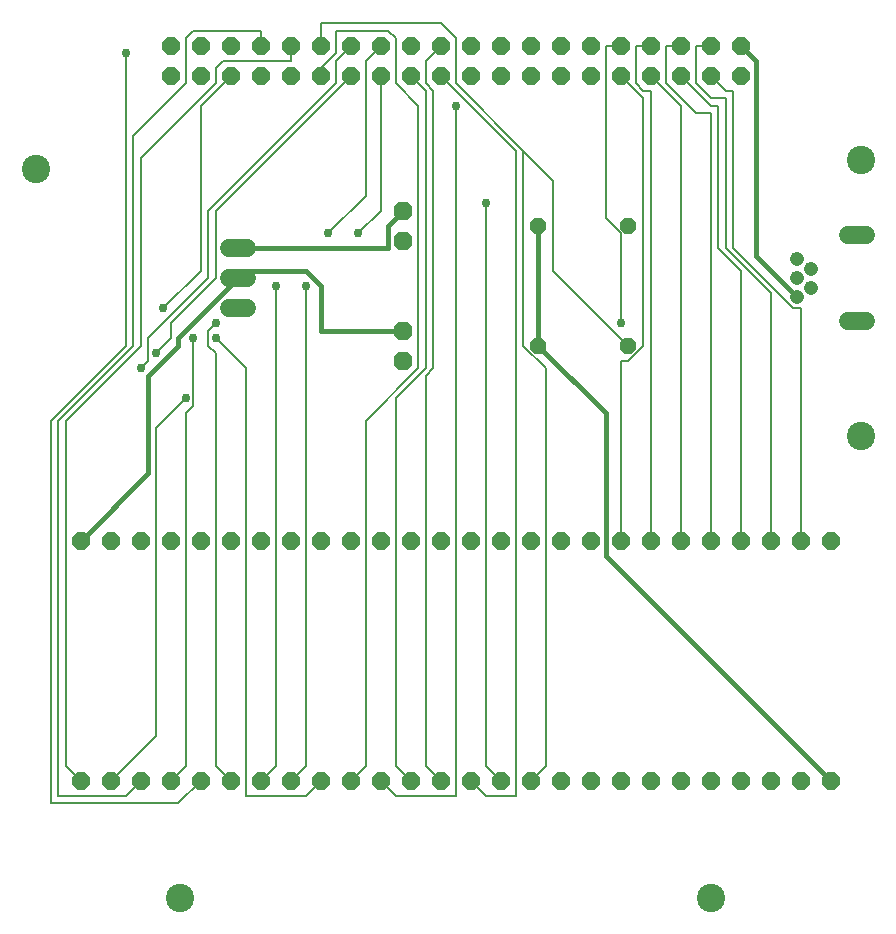
<source format=gbr>
G04 EAGLE Gerber RS-274X export*
G75*
%MOMM*%
%FSLAX34Y34*%
%LPD*%
%INTop Copper*%
%IPPOS*%
%AMOC8*
5,1,8,0,0,1.08239X$1,22.5*%
G01*
%ADD10P,1.732040X8X292.500000*%
%ADD11C,1.524000*%
%ADD12P,1.649562X8X202.500000*%
%ADD13P,1.632244X8X22.500000*%
%ADD14C,1.508000*%
%ADD15C,1.208000*%
%ADD16P,1.429621X8X202.500000*%
%ADD17C,2.400000*%
%ADD18C,0.457200*%
%ADD19C,0.152400*%
%ADD20C,0.756400*%


D10*
X336550Y406400D03*
X336550Y381000D03*
X336550Y508000D03*
X336550Y482600D03*
D11*
X204470Y425450D02*
X189230Y425450D01*
X189230Y450850D02*
X204470Y450850D01*
X204470Y476250D02*
X189230Y476250D01*
D12*
X622300Y622300D03*
X622300Y647700D03*
X596900Y622300D03*
X596900Y647700D03*
X571500Y622300D03*
X571500Y647700D03*
X546100Y622300D03*
X546100Y647700D03*
X520700Y622300D03*
X520700Y647700D03*
X495300Y622300D03*
X495300Y647700D03*
X469900Y622300D03*
X469900Y647700D03*
X444500Y622300D03*
X444500Y647700D03*
X419100Y622300D03*
X419100Y647700D03*
X393700Y622300D03*
X393700Y647700D03*
X368300Y622300D03*
X368300Y647700D03*
X342900Y622300D03*
X342900Y647700D03*
X317500Y622300D03*
X317500Y647700D03*
X292100Y622300D03*
X292100Y647700D03*
X266700Y622300D03*
X266700Y647700D03*
X241300Y622300D03*
X241300Y647700D03*
X215900Y622300D03*
X215900Y647700D03*
X190500Y622300D03*
X190500Y647700D03*
X165100Y622300D03*
X165100Y647700D03*
X139700Y622300D03*
X139700Y647700D03*
D13*
X63500Y25400D03*
X88900Y25400D03*
X114300Y25400D03*
X139700Y25400D03*
X165100Y25400D03*
X190500Y25400D03*
X215900Y25400D03*
X241300Y25400D03*
X266700Y25400D03*
X292100Y25400D03*
X317500Y25400D03*
X342900Y25400D03*
X368300Y25400D03*
X393700Y25400D03*
X419100Y25400D03*
X444500Y25400D03*
X469900Y25400D03*
X495300Y25400D03*
X520700Y25400D03*
X546100Y25400D03*
X571500Y25400D03*
X596900Y25400D03*
X622300Y25400D03*
X647700Y25400D03*
X673100Y25400D03*
X698500Y25400D03*
D14*
X713210Y414350D02*
X728290Y414350D01*
X728290Y487350D02*
X713210Y487350D01*
D15*
X682250Y458850D03*
X670250Y450850D03*
X670250Y434850D03*
X670250Y466850D03*
X682250Y442850D03*
D13*
X63500Y228600D03*
X88900Y228600D03*
X114300Y228600D03*
X139700Y228600D03*
X165100Y228600D03*
X190500Y228600D03*
X215900Y228600D03*
X241300Y228600D03*
X266700Y228600D03*
X292100Y228600D03*
X317500Y228600D03*
X342900Y228600D03*
X368300Y228600D03*
X393700Y228600D03*
X419100Y228600D03*
X444500Y228600D03*
X469900Y228600D03*
X495300Y228600D03*
X520700Y228600D03*
X546100Y228600D03*
X571500Y228600D03*
X596900Y228600D03*
X622300Y228600D03*
X647700Y228600D03*
X673100Y228600D03*
X698500Y228600D03*
D16*
X527050Y393700D03*
X450850Y393700D03*
X527050Y495300D03*
X450850Y495300D03*
D17*
X147320Y-73660D03*
X596900Y-73660D03*
X25400Y543560D03*
X723900Y551180D03*
X723900Y317500D03*
D18*
X323850Y476250D02*
X196850Y476250D01*
X323850Y476250D02*
X323850Y495300D01*
X336550Y508000D01*
X635000Y469900D02*
X666750Y438150D01*
X635000Y469900D02*
X635000Y635000D01*
X622300Y647700D01*
X666750Y438150D02*
X670250Y434850D01*
X120650Y285750D02*
X63500Y228600D01*
X120650Y285750D02*
X120650Y368300D01*
X146050Y393700D01*
X146050Y400050D01*
X196850Y450850D01*
X266700Y406400D02*
X336550Y406400D01*
X266700Y406400D02*
X266700Y444500D01*
X254000Y457200D01*
X196850Y457200D01*
X196850Y450850D01*
X450850Y495300D02*
X450850Y393700D01*
X508000Y215900D02*
X698500Y25400D01*
X508000Y215900D02*
X508000Y336550D01*
X450850Y393700D01*
D19*
X152400Y38100D02*
X139700Y25400D01*
X152400Y38100D02*
X152400Y336550D01*
X158750Y342900D01*
X158750Y400050D01*
X133350Y425450D02*
X165100Y457200D01*
X165100Y596900D01*
X190500Y622300D01*
D20*
X158750Y400050D03*
X133350Y425450D03*
D19*
X177800Y38100D02*
X190500Y25400D01*
X177800Y38100D02*
X177800Y387350D01*
X171450Y393700D01*
X171450Y406400D01*
X177800Y412750D01*
D20*
X177800Y412750D03*
D19*
X355600Y38100D02*
X368300Y25400D01*
X355600Y38100D02*
X355600Y368300D01*
X361950Y374650D01*
X361950Y609600D01*
X355600Y615950D01*
X355600Y635000D01*
X368300Y647700D01*
X317500Y25400D02*
X330200Y12700D01*
X381000Y12700D01*
X381000Y596900D01*
D20*
X381000Y596900D03*
D19*
X228600Y38100D02*
X215900Y25400D01*
X228600Y38100D02*
X228600Y444500D01*
X273050Y488950D02*
X304800Y520700D01*
X304800Y635000D01*
X317500Y647700D01*
D20*
X228600Y444500D03*
X273050Y488950D03*
D19*
X463550Y457200D02*
X527050Y393700D01*
X463550Y457200D02*
X463550Y533400D01*
X438150Y558800D02*
X381000Y615950D01*
X438150Y558800D02*
X463550Y533400D01*
X381000Y615950D02*
X381000Y654050D01*
X368300Y666750D01*
X266700Y666750D01*
X266700Y647700D01*
X457200Y38100D02*
X444500Y25400D01*
X457200Y38100D02*
X457200Y374650D01*
X438150Y393700D01*
X438150Y558800D01*
X50800Y38100D02*
X63500Y25400D01*
X50800Y38100D02*
X50800Y330200D01*
X114300Y393700D01*
X114300Y552450D01*
X177800Y615950D01*
X177800Y628650D01*
X184150Y635000D01*
X241300Y635000D01*
X241300Y647700D01*
X165100Y25400D02*
X146050Y6350D01*
X38100Y6350D01*
X38100Y330200D01*
X101600Y393700D01*
X101600Y641350D01*
D20*
X101600Y641350D03*
D19*
X393700Y25400D02*
X406400Y12700D01*
X431800Y12700D01*
X431800Y558800D01*
X368300Y622300D01*
X254000Y38100D02*
X241300Y25400D01*
X254000Y38100D02*
X254000Y444500D01*
X298450Y488950D02*
X317500Y508000D01*
X317500Y622300D01*
D20*
X254000Y444500D03*
X298450Y488950D03*
D19*
X304800Y38100D02*
X292100Y25400D01*
X304800Y38100D02*
X304800Y330200D01*
X349250Y374650D01*
X349250Y596900D01*
X330200Y615950D01*
X330200Y654050D01*
X323850Y660400D01*
X279400Y660400D01*
X279400Y641350D01*
X266700Y628650D01*
X266700Y622300D01*
X406400Y38100D02*
X419100Y25400D01*
X406400Y38100D02*
X406400Y514350D01*
D20*
X406400Y514350D03*
D19*
X127000Y63500D02*
X88900Y25400D01*
X127000Y63500D02*
X127000Y323850D01*
X152400Y349250D01*
D20*
X152400Y349250D03*
D19*
X266700Y25400D02*
X254000Y12700D01*
X203200Y12700D01*
X203200Y374650D01*
X177800Y400050D01*
D20*
X177800Y400050D03*
D19*
X114300Y25400D02*
X101600Y12700D01*
X44450Y12700D01*
X44450Y330200D01*
X107950Y393700D01*
X107950Y571500D01*
X152400Y615950D01*
X152400Y654050D01*
X158750Y660400D01*
X215900Y660400D01*
X215900Y647700D01*
X520700Y488950D02*
X520700Y412750D01*
X520700Y488950D02*
X508000Y501650D01*
X508000Y647700D01*
X520700Y647700D01*
D20*
X520700Y412750D03*
D19*
X520700Y381000D02*
X520700Y228600D01*
X520700Y381000D02*
X527050Y381000D01*
X539750Y393700D01*
X539750Y603250D01*
X520700Y622300D01*
X546100Y609600D02*
X546100Y228600D01*
X546100Y609600D02*
X539750Y609600D01*
X533400Y615950D01*
X533400Y647700D01*
X546100Y647700D01*
X571500Y596900D02*
X571500Y228600D01*
X571500Y596900D02*
X546100Y622300D01*
X596900Y590550D02*
X596900Y228600D01*
X596900Y590550D02*
X584200Y590550D01*
X558800Y615950D01*
X558800Y647700D01*
X571500Y647700D01*
X622300Y457200D02*
X622300Y228600D01*
X622300Y457200D02*
X603250Y476250D01*
X603250Y596900D01*
X596900Y596900D01*
X571500Y622300D01*
X647700Y438150D02*
X647700Y228600D01*
X647700Y438150D02*
X609600Y476250D01*
X609600Y603250D01*
X596900Y603250D01*
X584200Y615950D01*
X584200Y647700D01*
X596900Y647700D01*
X673100Y425450D02*
X673100Y228600D01*
X673100Y425450D02*
X666750Y425450D01*
X615950Y476250D01*
X615950Y609600D01*
X609600Y609600D01*
X596900Y622300D01*
X330200Y38100D02*
X342900Y25400D01*
X330200Y38100D02*
X330200Y349250D01*
X355600Y374650D01*
X355600Y609600D01*
X342900Y622300D01*
X139700Y400050D02*
X127000Y387350D01*
X139700Y400050D02*
X139700Y412750D01*
X177800Y450850D01*
X177800Y508000D01*
X292100Y622300D01*
D20*
X127000Y387350D03*
D19*
X120650Y381000D02*
X114300Y374650D01*
X120650Y381000D02*
X120650Y400050D01*
X171450Y450850D01*
X171450Y508000D01*
X279400Y615950D01*
X279400Y635000D01*
X292100Y647700D01*
D20*
X114300Y374650D03*
M02*

</source>
